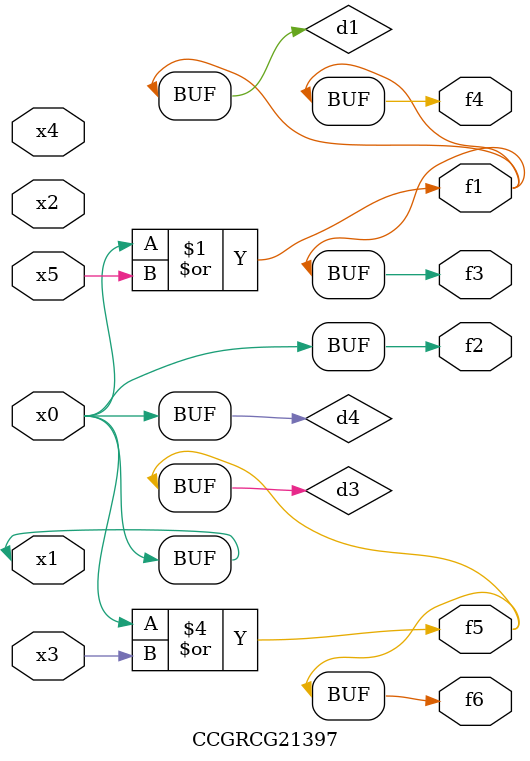
<source format=v>
module CCGRCG21397(
	input x0, x1, x2, x3, x4, x5,
	output f1, f2, f3, f4, f5, f6
);

	wire d1, d2, d3, d4;

	or (d1, x0, x5);
	xnor (d2, x1, x4);
	or (d3, x0, x3);
	buf (d4, x0, x1);
	assign f1 = d1;
	assign f2 = d4;
	assign f3 = d1;
	assign f4 = d1;
	assign f5 = d3;
	assign f6 = d3;
endmodule

</source>
